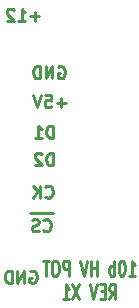
<source format=gbo>
G04 (created by PCBNEW-RS274X (2012-01-19 BZR 3256)-stable) date 08/02/2013 12:46:22*
G01*
G70*
G90*
%MOIN*%
G04 Gerber Fmt 3.4, Leading zero omitted, Abs format*
%FSLAX34Y34*%
G04 APERTURE LIST*
%ADD10C,0.006000*%
%ADD11C,0.010000*%
%ADD12C,0.008800*%
G04 APERTURE END LIST*
G54D10*
G54D11*
X37984Y-27501D02*
X38022Y-27482D01*
X38079Y-27482D01*
X38137Y-27501D01*
X38175Y-27539D01*
X38194Y-27577D01*
X38213Y-27653D01*
X38213Y-27710D01*
X38194Y-27787D01*
X38175Y-27825D01*
X38137Y-27863D01*
X38079Y-27882D01*
X38041Y-27882D01*
X37984Y-27863D01*
X37965Y-27844D01*
X37965Y-27710D01*
X38041Y-27710D01*
X37794Y-27882D02*
X37794Y-27482D01*
X37565Y-27882D01*
X37565Y-27482D01*
X37375Y-27882D02*
X37375Y-27482D01*
X37280Y-27482D01*
X37222Y-27501D01*
X37184Y-27539D01*
X37165Y-27577D01*
X37146Y-27653D01*
X37146Y-27710D01*
X37165Y-27787D01*
X37184Y-27825D01*
X37222Y-27863D01*
X37280Y-27882D01*
X37375Y-27882D01*
X38426Y-26124D02*
X38445Y-26143D01*
X38502Y-26162D01*
X38540Y-26162D01*
X38598Y-26143D01*
X38636Y-26105D01*
X38655Y-26067D01*
X38674Y-25990D01*
X38674Y-25933D01*
X38655Y-25857D01*
X38636Y-25819D01*
X38598Y-25781D01*
X38540Y-25762D01*
X38502Y-25762D01*
X38445Y-25781D01*
X38426Y-25800D01*
X38274Y-26143D02*
X38217Y-26162D01*
X38121Y-26162D01*
X38083Y-26143D01*
X38064Y-26124D01*
X38045Y-26086D01*
X38045Y-26048D01*
X38064Y-26010D01*
X38083Y-25990D01*
X38121Y-25971D01*
X38198Y-25952D01*
X38236Y-25933D01*
X38255Y-25914D01*
X38274Y-25876D01*
X38274Y-25838D01*
X38255Y-25800D01*
X38236Y-25781D01*
X38198Y-25762D01*
X38102Y-25762D01*
X38045Y-25781D01*
X38750Y-25555D02*
X37969Y-25555D01*
X38496Y-25004D02*
X38515Y-25023D01*
X38572Y-25042D01*
X38610Y-25042D01*
X38668Y-25023D01*
X38706Y-24985D01*
X38725Y-24947D01*
X38744Y-24870D01*
X38744Y-24813D01*
X38725Y-24737D01*
X38706Y-24699D01*
X38668Y-24661D01*
X38610Y-24642D01*
X38572Y-24642D01*
X38515Y-24661D01*
X38496Y-24680D01*
X38325Y-25042D02*
X38325Y-24642D01*
X38096Y-25042D02*
X38268Y-24813D01*
X38096Y-24642D02*
X38325Y-24870D01*
X38755Y-23962D02*
X38755Y-23562D01*
X38660Y-23562D01*
X38602Y-23581D01*
X38564Y-23619D01*
X38545Y-23657D01*
X38526Y-23733D01*
X38526Y-23790D01*
X38545Y-23867D01*
X38564Y-23905D01*
X38602Y-23943D01*
X38660Y-23962D01*
X38755Y-23962D01*
X38374Y-23600D02*
X38355Y-23581D01*
X38317Y-23562D01*
X38221Y-23562D01*
X38183Y-23581D01*
X38164Y-23600D01*
X38145Y-23638D01*
X38145Y-23676D01*
X38164Y-23733D01*
X38393Y-23962D01*
X38145Y-23962D01*
X38755Y-23042D02*
X38755Y-22642D01*
X38660Y-22642D01*
X38602Y-22661D01*
X38564Y-22699D01*
X38545Y-22737D01*
X38526Y-22813D01*
X38526Y-22870D01*
X38545Y-22947D01*
X38564Y-22985D01*
X38602Y-23023D01*
X38660Y-23042D01*
X38755Y-23042D01*
X38145Y-23042D02*
X38374Y-23042D01*
X38260Y-23042D02*
X38260Y-22642D01*
X38298Y-22699D01*
X38336Y-22737D01*
X38374Y-22756D01*
X38293Y-18990D02*
X37988Y-18990D01*
X38140Y-19142D02*
X38140Y-18837D01*
X37588Y-19142D02*
X37817Y-19142D01*
X37703Y-19142D02*
X37703Y-18742D01*
X37741Y-18799D01*
X37779Y-18837D01*
X37817Y-18856D01*
X37436Y-18780D02*
X37417Y-18761D01*
X37379Y-18742D01*
X37283Y-18742D01*
X37245Y-18761D01*
X37226Y-18780D01*
X37207Y-18818D01*
X37207Y-18856D01*
X37226Y-18913D01*
X37455Y-19142D01*
X37207Y-19142D01*
X39174Y-21870D02*
X38869Y-21870D01*
X39021Y-22022D02*
X39021Y-21717D01*
X38488Y-21622D02*
X38679Y-21622D01*
X38698Y-21812D01*
X38679Y-21793D01*
X38641Y-21774D01*
X38545Y-21774D01*
X38507Y-21793D01*
X38488Y-21812D01*
X38469Y-21850D01*
X38469Y-21946D01*
X38488Y-21984D01*
X38507Y-22003D01*
X38545Y-22022D01*
X38641Y-22022D01*
X38679Y-22003D01*
X38698Y-21984D01*
X38355Y-21622D02*
X38222Y-22022D01*
X38088Y-21622D01*
X38924Y-20681D02*
X38962Y-20662D01*
X39019Y-20662D01*
X39077Y-20681D01*
X39115Y-20719D01*
X39134Y-20757D01*
X39153Y-20833D01*
X39153Y-20890D01*
X39134Y-20967D01*
X39115Y-21005D01*
X39077Y-21043D01*
X39019Y-21062D01*
X38981Y-21062D01*
X38924Y-21043D01*
X38905Y-21024D01*
X38905Y-20890D01*
X38981Y-20890D01*
X38734Y-21062D02*
X38734Y-20662D01*
X38505Y-21062D01*
X38505Y-20662D01*
X38315Y-21062D02*
X38315Y-20662D01*
X38220Y-20662D01*
X38162Y-20681D01*
X38124Y-20719D01*
X38105Y-20757D01*
X38086Y-20833D01*
X38086Y-20890D01*
X38105Y-20967D01*
X38124Y-21005D01*
X38162Y-21043D01*
X38220Y-21062D01*
X38315Y-21062D01*
G54D12*
X41277Y-27642D02*
X41477Y-27642D01*
X41377Y-27642D02*
X41377Y-27142D01*
X41411Y-27214D01*
X41444Y-27261D01*
X41477Y-27285D01*
X41061Y-27142D02*
X41028Y-27142D01*
X40994Y-27166D01*
X40978Y-27190D01*
X40961Y-27238D01*
X40944Y-27333D01*
X40944Y-27452D01*
X40961Y-27547D01*
X40978Y-27595D01*
X40994Y-27619D01*
X41028Y-27642D01*
X41061Y-27642D01*
X41094Y-27619D01*
X41111Y-27595D01*
X41128Y-27547D01*
X41144Y-27452D01*
X41144Y-27333D01*
X41128Y-27238D01*
X41111Y-27190D01*
X41094Y-27166D01*
X41061Y-27142D01*
X40795Y-27642D02*
X40795Y-27142D01*
X40795Y-27333D02*
X40761Y-27309D01*
X40695Y-27309D01*
X40661Y-27333D01*
X40645Y-27357D01*
X40628Y-27404D01*
X40628Y-27547D01*
X40645Y-27595D01*
X40661Y-27619D01*
X40695Y-27642D01*
X40761Y-27642D01*
X40795Y-27619D01*
X40211Y-27642D02*
X40211Y-27142D01*
X40211Y-27380D02*
X40011Y-27380D01*
X40011Y-27642D02*
X40011Y-27142D01*
X39894Y-27142D02*
X39777Y-27642D01*
X39660Y-27142D01*
X39277Y-27642D02*
X39277Y-27142D01*
X39143Y-27142D01*
X39110Y-27166D01*
X39093Y-27190D01*
X39077Y-27238D01*
X39077Y-27309D01*
X39093Y-27357D01*
X39110Y-27380D01*
X39143Y-27404D01*
X39277Y-27404D01*
X38860Y-27142D02*
X38793Y-27142D01*
X38760Y-27166D01*
X38727Y-27214D01*
X38710Y-27309D01*
X38710Y-27476D01*
X38727Y-27571D01*
X38760Y-27619D01*
X38793Y-27642D01*
X38860Y-27642D01*
X38893Y-27619D01*
X38927Y-27571D01*
X38943Y-27476D01*
X38943Y-27309D01*
X38927Y-27214D01*
X38893Y-27166D01*
X38860Y-27142D01*
X38610Y-27142D02*
X38410Y-27142D01*
X38510Y-27642D02*
X38510Y-27142D01*
X40627Y-28430D02*
X40743Y-28192D01*
X40827Y-28430D02*
X40827Y-27930D01*
X40693Y-27930D01*
X40660Y-27954D01*
X40643Y-27978D01*
X40627Y-28026D01*
X40627Y-28097D01*
X40643Y-28145D01*
X40660Y-28168D01*
X40693Y-28192D01*
X40827Y-28192D01*
X40477Y-28168D02*
X40360Y-28168D01*
X40310Y-28430D02*
X40477Y-28430D01*
X40477Y-27930D01*
X40310Y-27930D01*
X40210Y-27930D02*
X40093Y-28430D01*
X39976Y-27930D01*
X39626Y-27930D02*
X39393Y-28430D01*
X39393Y-27930D02*
X39626Y-28430D01*
X39076Y-28430D02*
X39276Y-28430D01*
X39176Y-28430D02*
X39176Y-27930D01*
X39210Y-28002D01*
X39243Y-28049D01*
X39276Y-28073D01*
M02*

</source>
